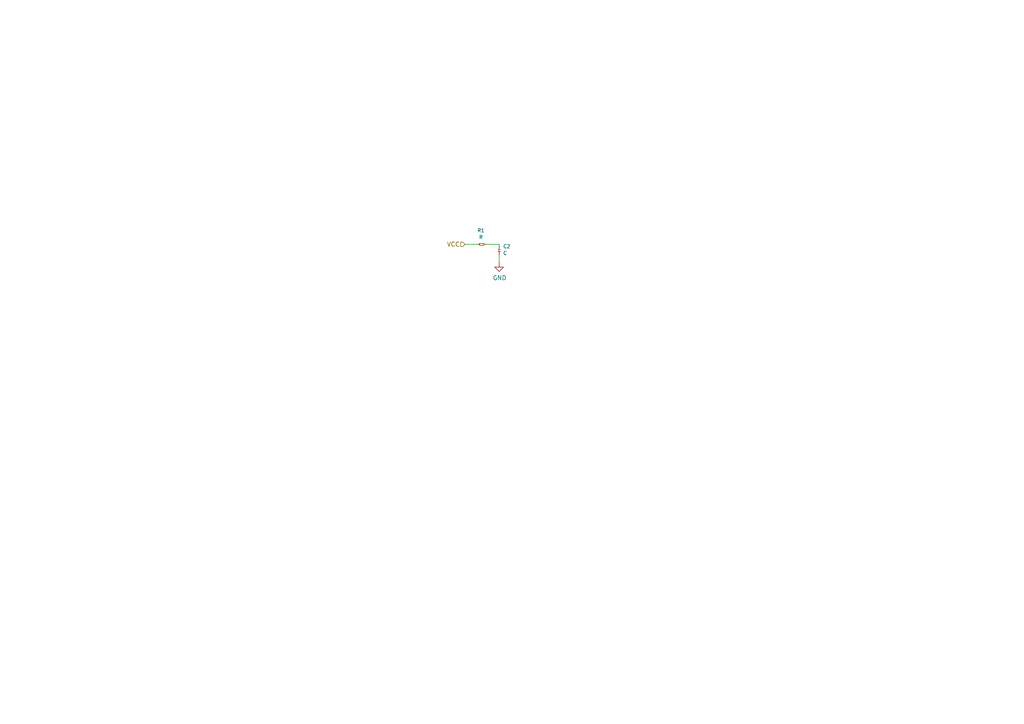
<source format=kicad_sch>
(kicad_sch (version 20230121) (generator eeschema)
  (paper "A4")
  (lib_symbols
    (symbol "good-project-rescue:C-passive" (pin_numbers hide) (pin_names (offset 1.016) hide)
      (property "Reference" "C" (at 0 1.27 0))
      (property "Value" "C-passive" (at 0 -1.27 0))
      (symbol "C-passive_0_1"
        (polyline (pts (xy -0.635 0) (xy -1.27 0)))
        (polyline (pts (xy -0.635 0) (xy -0.381 0)))
        (polyline (pts (xy -0.254 0.381) (xy -0.254 -0.381)))
        (polyline (pts (xy 0.254 0.381) (xy 0.254 -0.381)))
        (polyline (pts (xy 0.635 0) (xy 0.254 0)))
        (polyline (pts (xy 1.27 0) (xy 0.635 0)))
      )
      (symbol "C-passive_1_1"
        (pin passive line (at -1.27 0 0) (length 0) (name "1") (number "1"))
        (pin passive line (at 1.27 0 0) (length 0) (name "2") (number "2"))
      )
    )
    (symbol "good-project-rescue:R-passive" (pin_numbers hide) (pin_names (offset 1.016) hide)
      (property "Reference" "R" (at 0 1.27 0))
      (property "Value" "R-passive" (at 0 -1.27 0))
      (symbol "R-passive_0_1"
        (polyline (pts (xy -0.635 0) (xy -1.27 0)))
        (polyline (pts (xy 1.27 0) (xy 0.635 0)))
        (rectangle (start 0.635 0.254) (end -0.635 -0.254) (fill (type background)))
      )
      (symbol "R-passive_1_1"
        (pin passive line (at -1.27 0 0) (length 0) (name "1") (number "1"))
        (pin passive line (at 1.27 0 0) (length 0) (name "2") (number "2"))
      )
    )
    (symbol "power:GND" (power) (pin_names (offset 0))
      (property "Value" "GND" (at 0 -3.81 0))
      (symbol "GND_0_1"
        (polyline (pts (xy 0 0) (xy 0 -1.27) (xy 1.27 -1.27) (xy 0 -2.54) (xy -1.27 -1.27) (xy 0 -1.27)))
      )
      (symbol "GND_1_1"
        (pin power_in line (at 0 0 270) (length 0) hide (name "GND") (number "1"))
      )
    )
  )
  (wire (pts (xy 144.78 70.866) (xy 144.78 71.374)))
  (wire (pts (xy 144.78 73.914) (xy 144.78 76.2)))
  (wire (pts (xy 138.43 70.866) (xy 134.874 70.866)))
  (wire (pts (xy 140.97 70.866) (xy 144.78 70.866)))
  (hierarchical_label "VCC" (shape input) (at 134.874 70.866 180))
  (symbol (lib_id "good-project-rescue:R-passive") (at 139.7 70.866 0) (unit 1)
    (property "Reference" "R1" (at 139.4968 66.8528 0) (effects (font (size 1.016 1.016))))
    (property "Value" "R" (at 139.4968 68.7832 0) (effects (font (size 1.016 1.016))))
    (property "Footprint" "Resistor_SMD:R_0402_1005Metric" (effects hide))
  )
  (symbol (lib_id "good-project-rescue:C-passive") (at 144.78 72.644 270) (unit 1)
    (property "Reference" "C2" (at 145.8976 71.4756 90) (effects (font (size 1.016 1.016)) (justify left)))
    (property "Value" "C" (at 145.8976 73.406 90) (effects (font (size 1.016 1.016)) (justify left)))
    (property "Footprint" "Capacitor_SMD:C_0402_1005Metric" (effects hide))
  )
  (symbol (lib_id "power:GND") (at 144.78 76.2 0) (unit 1)
    (property "Reference" "#PWR03" (effects hide))
    (property "Value" "GND" (at 144.907 80.5942 0))
  )
)
</source>
